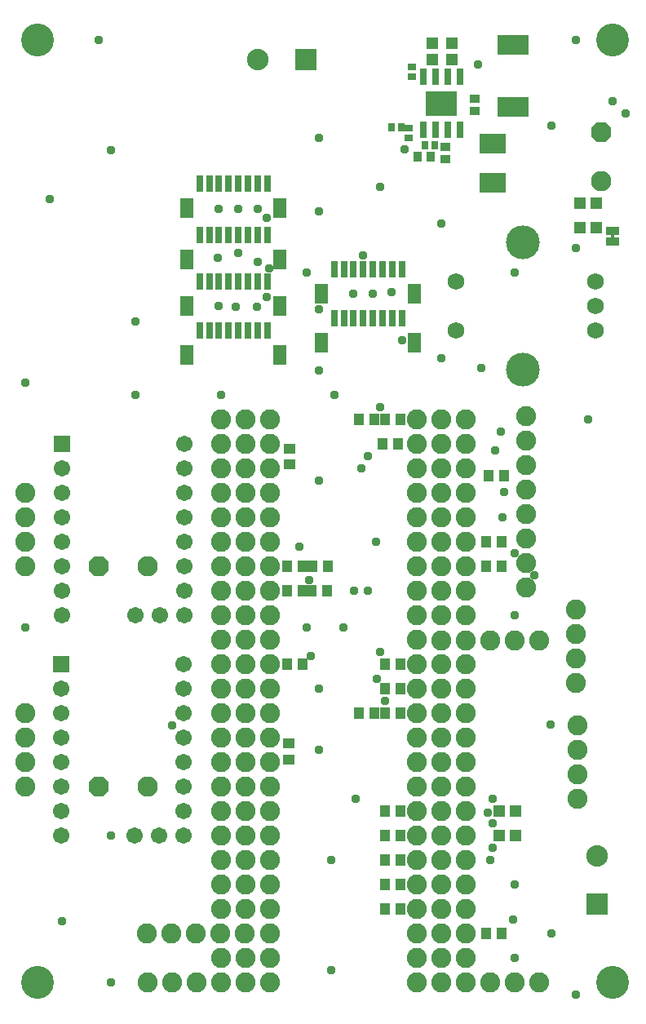
<source format=gbr>
G04 EAGLE Gerber RS-274X export*
G75*
%MOMM*%
%FSLAX34Y34*%
%LPD*%
%INSoldermask Top*%
%IPPOS*%
%AMOC8*
5,1,8,0,0,1.08239X$1,22.5*%
G01*
G04 Define Apertures*
%ADD10C,3.403600*%
%ADD11C,2.108200*%
%ADD12P,2.28189X8X202.5*%
%ADD13R,1.303200X1.203200*%
%ADD14C,1.711200*%
%ADD15R,1.711200X1.711200*%
%ADD16C,2.082800*%
%ADD17R,2.235200X2.235200*%
%ADD18C,2.235200*%
%ADD19R,1.001900X1.177100*%
%ADD20R,1.177100X1.001900*%
%ADD21C,1.727200*%
%ADD22C,3.505200*%
%ADD23R,0.803200X1.753200*%
%ADD24R,1.403200X2.003200*%
%ADD25R,0.736600X1.663700*%
%ADD26R,3.303200X2.603200*%
%ADD27R,1.203200X1.303200*%
%ADD28R,0.847200X0.738300*%
%ADD29R,3.332400X2.002600*%
%ADD30R,0.903200X1.103200*%
%ADD31R,1.103200X0.903200*%
%ADD32R,0.738300X0.847200*%
%ADD33R,2.702559X2.103119*%
%ADD34P,2.28189X8X112.5*%
%ADD35R,1.473200X0.863600*%
%ADD36C,0.959600*%
G36*
X277495Y815340D02*
X281305Y815340D01*
X281305Y810260D01*
X277495Y810260D01*
X277495Y815340D01*
G37*
D10*
X-317500Y38100D03*
X279400Y38100D03*
X-317500Y1016000D03*
X279400Y1016000D03*
D11*
X-203200Y469900D03*
D12*
X-254000Y469900D03*
D11*
X-203200Y241300D03*
D12*
X-254000Y241300D03*
D13*
X161410Y190500D03*
X178410Y190500D03*
D14*
X-165909Y368604D03*
X-165909Y343204D03*
X-165909Y317804D03*
X-165909Y292404D03*
X-165909Y267004D03*
X-165909Y241604D03*
X-165909Y216204D03*
X-165909Y190804D03*
D15*
X-292909Y368604D03*
D14*
X-292909Y343204D03*
X-292909Y317804D03*
X-292909Y292404D03*
X-292909Y267004D03*
X-292909Y241604D03*
X-292909Y216204D03*
X-292909Y190804D03*
X-191309Y190804D03*
X-216709Y190804D03*
X-165100Y596900D03*
X-165100Y571500D03*
X-165100Y546100D03*
X-165100Y520700D03*
X-165100Y495300D03*
X-165100Y469900D03*
X-165100Y444500D03*
X-165100Y419100D03*
D15*
X-292100Y596900D03*
D14*
X-292100Y571500D03*
X-292100Y546100D03*
X-292100Y520700D03*
X-292100Y495300D03*
X-292100Y469900D03*
X-292100Y444500D03*
X-292100Y419100D03*
X-190500Y419100D03*
X-215900Y419100D03*
D16*
X-127000Y622300D03*
X-101600Y622300D03*
X-127000Y596900D03*
X-101600Y596900D03*
X-127000Y571500D03*
X-101600Y571500D03*
X-127000Y546100D03*
X-101600Y546100D03*
X-127000Y520700D03*
X-101600Y520700D03*
X-127000Y495300D03*
X-101600Y495300D03*
X-127000Y469900D03*
X-101600Y469900D03*
X-127000Y444500D03*
X-101600Y444500D03*
X-127000Y419100D03*
X-101600Y419100D03*
X-127000Y393700D03*
X-101600Y393700D03*
X127000Y419100D03*
X101600Y419100D03*
X127000Y444500D03*
X101600Y444500D03*
X127000Y469900D03*
X101600Y469900D03*
X127000Y495300D03*
X101600Y495300D03*
X127000Y520700D03*
X101600Y520700D03*
X127000Y546100D03*
X101600Y546100D03*
X127000Y571500D03*
X101600Y571500D03*
X127000Y596900D03*
X101600Y596900D03*
X127000Y622300D03*
X101600Y622300D03*
X-203200Y38100D03*
X-177800Y38100D03*
X-152400Y38100D03*
X-127000Y38100D03*
X-101600Y38100D03*
D17*
X-39370Y995720D03*
D18*
X-89370Y995720D03*
D16*
X189811Y625818D03*
X189811Y600418D03*
X189811Y575018D03*
X189811Y549618D03*
X189811Y524218D03*
X189811Y498818D03*
X189811Y473418D03*
X189811Y448018D03*
X101600Y393192D03*
X127000Y393192D03*
X152400Y393192D03*
X177800Y393192D03*
X203200Y393192D03*
X101600Y38608D03*
X127000Y38608D03*
X152400Y38608D03*
X177800Y38608D03*
X203200Y38608D03*
D17*
X262890Y119380D03*
D18*
X262890Y169380D03*
D16*
X-203997Y88900D03*
X-178597Y88900D03*
X-153197Y88900D03*
X-127797Y88900D03*
X-102397Y88900D03*
X-330200Y317500D03*
X-330200Y292100D03*
X-330200Y266700D03*
X-330200Y241300D03*
X-330200Y546100D03*
X-330200Y520700D03*
X-330200Y495300D03*
X-330200Y469900D03*
X127000Y63500D03*
X127000Y88900D03*
X127000Y114300D03*
X127000Y139700D03*
X127000Y165100D03*
X127000Y190500D03*
X127000Y215900D03*
X127000Y241300D03*
X127000Y266700D03*
X127000Y292100D03*
X127000Y317500D03*
X127000Y342900D03*
X127000Y368300D03*
X101600Y368300D03*
X101600Y342900D03*
X101600Y317500D03*
X101600Y292100D03*
X101600Y266700D03*
X101600Y241300D03*
X101600Y215900D03*
X101600Y190500D03*
X101600Y165100D03*
X101600Y139700D03*
X101600Y114300D03*
X101600Y88900D03*
X101600Y63500D03*
X-127000Y368300D03*
X-101600Y368300D03*
X-127000Y342900D03*
X-101600Y342900D03*
X-127000Y317500D03*
X-101600Y317500D03*
X-127000Y292100D03*
X-101600Y292100D03*
X-127000Y266700D03*
X-101600Y266700D03*
X-127000Y241300D03*
X-101600Y241300D03*
X-127000Y215900D03*
X-101600Y215900D03*
X-127000Y190500D03*
X-101600Y190500D03*
X-127000Y165100D03*
X-101600Y165100D03*
X-127000Y139700D03*
X-101600Y139700D03*
D19*
X58952Y215900D03*
X42648Y215900D03*
X58952Y190500D03*
X42648Y190500D03*
X58952Y139700D03*
X42648Y139700D03*
D20*
X-57150Y269978D03*
X-57150Y286282D03*
X-56432Y592352D03*
X-56432Y576048D03*
D21*
X261420Y740692D03*
X116640Y766092D03*
D22*
X186490Y806732D03*
X186490Y674652D03*
D21*
X116640Y715292D03*
X261420Y766092D03*
X261420Y715292D03*
D16*
X-76200Y368300D03*
X-76200Y342900D03*
X-76200Y317500D03*
X-76200Y292100D03*
X-76200Y266700D03*
X-76200Y241300D03*
X-76200Y215900D03*
X-76200Y190500D03*
X-76200Y165100D03*
X-76200Y139700D03*
X-76200Y114300D03*
X-76200Y88900D03*
X-76200Y63500D03*
X-76200Y38100D03*
X76200Y368300D03*
X76200Y342900D03*
X76200Y317500D03*
X76200Y292100D03*
X76200Y266700D03*
X76200Y241300D03*
X76200Y215900D03*
X76200Y190500D03*
X76200Y165100D03*
X76200Y139700D03*
X76200Y114300D03*
X76200Y88900D03*
X76200Y63500D03*
X76200Y38100D03*
X76200Y419100D03*
X76200Y444500D03*
X76200Y469900D03*
X76200Y495300D03*
X76200Y520700D03*
X76200Y546100D03*
X76200Y571500D03*
X76200Y596900D03*
X76200Y622300D03*
X-76200Y622300D03*
X-76200Y596900D03*
X-76200Y571500D03*
X-76200Y546100D03*
X-76200Y520700D03*
X-76200Y495300D03*
X-76200Y469900D03*
X-76200Y444500D03*
X-76200Y419100D03*
X-76200Y393700D03*
X76200Y393700D03*
D23*
X-79300Y867150D03*
X-89300Y867150D03*
X-99300Y867150D03*
X-109300Y867150D03*
X-119300Y867150D03*
X-129300Y867150D03*
X-139300Y867150D03*
X-149300Y867150D03*
D24*
X-162300Y841900D03*
X-66300Y841900D03*
D23*
X-79300Y813990D03*
X-89300Y813990D03*
X-99300Y813990D03*
X-109300Y813990D03*
X-119300Y813990D03*
X-129300Y813990D03*
X-139300Y813990D03*
X-149300Y813990D03*
D24*
X-162300Y788740D03*
X-66300Y788740D03*
D23*
X-79300Y765550D03*
X-89300Y765550D03*
X-99300Y765550D03*
X-109300Y765550D03*
X-119300Y765550D03*
X-129300Y765550D03*
X-139300Y765550D03*
X-149300Y765550D03*
D24*
X-162300Y740300D03*
X-66300Y740300D03*
D23*
X-79300Y714750D03*
X-89300Y714750D03*
X-99300Y714750D03*
X-109300Y714750D03*
X-119300Y714750D03*
X-129300Y714750D03*
X-139300Y714750D03*
X-149300Y714750D03*
D24*
X-162300Y689500D03*
X-66300Y689500D03*
D13*
X161410Y215900D03*
X178410Y215900D03*
D19*
X42648Y368300D03*
X58952Y368300D03*
X42648Y342900D03*
X58952Y342900D03*
X-42648Y368300D03*
X-58952Y368300D03*
X-42648Y469900D03*
X-58952Y469900D03*
D23*
X60400Y778250D03*
X50400Y778250D03*
X40400Y778250D03*
X30400Y778250D03*
X20400Y778250D03*
X10400Y778250D03*
X400Y778250D03*
X-9600Y778250D03*
D24*
X-22600Y753000D03*
X73400Y753000D03*
D23*
X60400Y727450D03*
X50400Y727450D03*
X40400Y727450D03*
X30400Y727450D03*
X20400Y727450D03*
X10400Y727450D03*
X400Y727450D03*
X-9600Y727450D03*
D24*
X-22600Y702200D03*
X73400Y702200D03*
D19*
X42648Y317500D03*
X58952Y317500D03*
X-42648Y444500D03*
X-58952Y444500D03*
X42648Y622300D03*
X58952Y622300D03*
X58952Y165100D03*
X42648Y165100D03*
D16*
X-127000Y63500D03*
X-101600Y63500D03*
X-127000Y114300D03*
X-101600Y114300D03*
D19*
X148058Y88900D03*
X164362Y88900D03*
X148058Y469900D03*
X164362Y469900D03*
X148058Y495300D03*
X164362Y495300D03*
X150598Y563880D03*
X166902Y563880D03*
X-15978Y469900D03*
X-32282Y469900D03*
X-16833Y444500D03*
X-33137Y444500D03*
X15978Y317500D03*
X32282Y317500D03*
X40387Y597179D03*
X56691Y597179D03*
X15978Y622300D03*
X32282Y622300D03*
D25*
X120650Y977864D03*
X107950Y977864D03*
X95250Y977864D03*
X82550Y977864D03*
X82550Y923382D03*
X95250Y923382D03*
X107950Y923382D03*
X120650Y923382D03*
D26*
X101600Y950623D03*
D27*
X91745Y996070D03*
X91745Y1013070D03*
X112175Y995890D03*
X112175Y1012890D03*
D28*
X71120Y988055D03*
X71120Y977905D03*
D29*
X175558Y946755D03*
X175558Y1011585D03*
D30*
X77320Y895021D03*
X90320Y895021D03*
D31*
X105410Y905660D03*
X105410Y892660D03*
D32*
X84321Y907525D03*
X94471Y907525D03*
D28*
X67310Y914405D03*
X67310Y924555D03*
D32*
X59685Y925625D03*
X49535Y925625D03*
D33*
X154843Y908842D03*
X154843Y867846D03*
D31*
X135890Y955780D03*
X135890Y942780D03*
D13*
X262500Y821690D03*
X245500Y821690D03*
X262500Y847090D03*
X245500Y847090D03*
D11*
X267135Y869950D03*
D34*
X267135Y920750D03*
D35*
X279400Y807593D03*
X279400Y818007D03*
D19*
X58952Y114300D03*
X42648Y114300D03*
D16*
X242570Y228600D03*
X242570Y254000D03*
X242570Y279400D03*
X242570Y304800D03*
X241300Y349250D03*
X241300Y374650D03*
X241300Y400050D03*
X241300Y425450D03*
D36*
X-25400Y736600D03*
X-304800Y850900D03*
X-241300Y901700D03*
X-215900Y723900D03*
X177800Y774700D03*
X101600Y685800D03*
X-25400Y558800D03*
X-330200Y406400D03*
X-292100Y101600D03*
X-241300Y190500D03*
X12700Y228600D03*
X-12700Y165100D03*
X-25400Y279400D03*
X-25400Y342900D03*
X215900Y88900D03*
X241300Y25400D03*
X-12700Y50800D03*
X-215900Y647700D03*
X-127000Y647700D03*
X38100Y863600D03*
X-25400Y673100D03*
X-177800Y304800D03*
X-330200Y660400D03*
X-241300Y38100D03*
X-38100Y406400D03*
X254000Y622300D03*
X0Y406400D03*
X33349Y495300D03*
X241300Y800100D03*
X63500Y902970D03*
X293142Y939800D03*
X-25400Y914400D03*
X241300Y1016000D03*
X-254000Y1016000D03*
X215900Y927100D03*
X139700Y990600D03*
X279400Y952500D03*
X101600Y825500D03*
X-25400Y838200D03*
X-129540Y840740D03*
X-109220Y840740D03*
X-88900Y840740D03*
X-88900Y786130D03*
X-109220Y795020D03*
X-130810Y789940D03*
X-129540Y740410D03*
X-111760Y739140D03*
X-90170Y739140D03*
X10160Y753110D03*
X30480Y753110D03*
X49530Y754380D03*
X177800Y63500D03*
X142989Y676389D03*
X163638Y610025D03*
X18570Y571500D03*
X20320Y792480D03*
X-38100Y774700D03*
X197906Y460718D03*
X177800Y419100D03*
X152400Y165100D03*
X177800Y139700D03*
X-9600Y647878D03*
X25400Y444500D03*
X25400Y584200D03*
X-34024Y376924D03*
X34290Y353060D03*
X38100Y381000D03*
X-80010Y831850D03*
X-45720Y490220D03*
X42648Y330200D03*
X10755Y444500D03*
X-77606Y779514D03*
X-35497Y455867D03*
X-79602Y749300D03*
X38100Y635000D03*
X60960Y704850D03*
X154940Y203200D03*
X154940Y228600D03*
X215085Y305615D03*
X175959Y103442D03*
X177871Y483614D03*
X157480Y590550D03*
X164620Y520700D03*
X166902Y547127D03*
X154940Y177800D03*
X149860Y214630D03*
M02*

</source>
